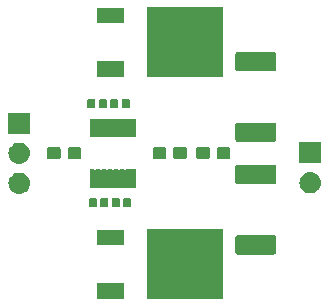
<source format=gbr>
G04 #@! TF.GenerationSoftware,KiCad,Pcbnew,(5.1.2-1)-1*
G04 #@! TF.CreationDate,2019-07-20T20:24:51-07:00*
G04 #@! TF.ProjectId,power_share,706f7765-725f-4736-9861-72652e6b6963,rev?*
G04 #@! TF.SameCoordinates,Original*
G04 #@! TF.FileFunction,Soldermask,Top*
G04 #@! TF.FilePolarity,Negative*
%FSLAX46Y46*%
G04 Gerber Fmt 4.6, Leading zero omitted, Abs format (unit mm)*
G04 Created by KiCad (PCBNEW (5.1.2-1)-1) date 2019-07-20 20:24:51*
%MOMM*%
%LPD*%
G04 APERTURE LIST*
%ADD10C,0.100000*%
G04 APERTURE END LIST*
D10*
G36*
X131335000Y-108869000D02*
G01*
X124833000Y-108869000D01*
X124833000Y-102967000D01*
X131335000Y-102967000D01*
X131335000Y-108869000D01*
X131335000Y-108869000D01*
G37*
G36*
X122935000Y-108849000D02*
G01*
X120633000Y-108849000D01*
X120633000Y-107547000D01*
X122935000Y-107547000D01*
X122935000Y-108849000D01*
X122935000Y-108849000D01*
G37*
G36*
X135665420Y-103473303D02*
G01*
X135699585Y-103483667D01*
X135731064Y-103500493D01*
X135758660Y-103523140D01*
X135781307Y-103550736D01*
X135798133Y-103582215D01*
X135808497Y-103616380D01*
X135812600Y-103658042D01*
X135812600Y-104907358D01*
X135808497Y-104949020D01*
X135798133Y-104983185D01*
X135781307Y-105014664D01*
X135758660Y-105042260D01*
X135731064Y-105064907D01*
X135699585Y-105081733D01*
X135665420Y-105092097D01*
X135623758Y-105096200D01*
X132549442Y-105096200D01*
X132507780Y-105092097D01*
X132473615Y-105081733D01*
X132442136Y-105064907D01*
X132414540Y-105042260D01*
X132391893Y-105014664D01*
X132375067Y-104983185D01*
X132364703Y-104949020D01*
X132360600Y-104907358D01*
X132360600Y-103658042D01*
X132364703Y-103616380D01*
X132375067Y-103582215D01*
X132391893Y-103550736D01*
X132414540Y-103523140D01*
X132442136Y-103500493D01*
X132473615Y-103483667D01*
X132507780Y-103473303D01*
X132549442Y-103469200D01*
X135623758Y-103469200D01*
X135665420Y-103473303D01*
X135665420Y-103473303D01*
G37*
G36*
X122935000Y-104289000D02*
G01*
X120633000Y-104289000D01*
X120633000Y-102987000D01*
X122935000Y-102987000D01*
X122935000Y-104289000D01*
X122935000Y-104289000D01*
G37*
G36*
X123449338Y-100342716D02*
G01*
X123469957Y-100348971D01*
X123488953Y-100359124D01*
X123505608Y-100372792D01*
X123519276Y-100389447D01*
X123529429Y-100408443D01*
X123535684Y-100429062D01*
X123538400Y-100456640D01*
X123538400Y-100965360D01*
X123535684Y-100992938D01*
X123529429Y-101013557D01*
X123519276Y-101032553D01*
X123505608Y-101049208D01*
X123488953Y-101062876D01*
X123469957Y-101073029D01*
X123449338Y-101079284D01*
X123421760Y-101082000D01*
X122963040Y-101082000D01*
X122935462Y-101079284D01*
X122914843Y-101073029D01*
X122895847Y-101062876D01*
X122879192Y-101049208D01*
X122865524Y-101032553D01*
X122855371Y-101013557D01*
X122849116Y-100992938D01*
X122846400Y-100965360D01*
X122846400Y-100456640D01*
X122849116Y-100429062D01*
X122855371Y-100408443D01*
X122865524Y-100389447D01*
X122879192Y-100372792D01*
X122895847Y-100359124D01*
X122914843Y-100348971D01*
X122935462Y-100342716D01*
X122963040Y-100340000D01*
X123421760Y-100340000D01*
X123449338Y-100342716D01*
X123449338Y-100342716D01*
G37*
G36*
X122479338Y-100342716D02*
G01*
X122499957Y-100348971D01*
X122518953Y-100359124D01*
X122535608Y-100372792D01*
X122549276Y-100389447D01*
X122559429Y-100408443D01*
X122565684Y-100429062D01*
X122568400Y-100456640D01*
X122568400Y-100965360D01*
X122565684Y-100992938D01*
X122559429Y-101013557D01*
X122549276Y-101032553D01*
X122535608Y-101049208D01*
X122518953Y-101062876D01*
X122499957Y-101073029D01*
X122479338Y-101079284D01*
X122451760Y-101082000D01*
X121993040Y-101082000D01*
X121965462Y-101079284D01*
X121944843Y-101073029D01*
X121925847Y-101062876D01*
X121909192Y-101049208D01*
X121895524Y-101032553D01*
X121885371Y-101013557D01*
X121879116Y-100992938D01*
X121876400Y-100965360D01*
X121876400Y-100456640D01*
X121879116Y-100429062D01*
X121885371Y-100408443D01*
X121895524Y-100389447D01*
X121909192Y-100372792D01*
X121925847Y-100359124D01*
X121944843Y-100348971D01*
X121965462Y-100342716D01*
X121993040Y-100340000D01*
X122451760Y-100340000D01*
X122479338Y-100342716D01*
X122479338Y-100342716D01*
G37*
G36*
X121518938Y-100342716D02*
G01*
X121539557Y-100348971D01*
X121558553Y-100359124D01*
X121575208Y-100372792D01*
X121588876Y-100389447D01*
X121599029Y-100408443D01*
X121605284Y-100429062D01*
X121608000Y-100456640D01*
X121608000Y-100965360D01*
X121605284Y-100992938D01*
X121599029Y-101013557D01*
X121588876Y-101032553D01*
X121575208Y-101049208D01*
X121558553Y-101062876D01*
X121539557Y-101073029D01*
X121518938Y-101079284D01*
X121491360Y-101082000D01*
X121032640Y-101082000D01*
X121005062Y-101079284D01*
X120984443Y-101073029D01*
X120965447Y-101062876D01*
X120948792Y-101049208D01*
X120935124Y-101032553D01*
X120924971Y-101013557D01*
X120918716Y-100992938D01*
X120916000Y-100965360D01*
X120916000Y-100456640D01*
X120918716Y-100429062D01*
X120924971Y-100408443D01*
X120935124Y-100389447D01*
X120948792Y-100372792D01*
X120965447Y-100359124D01*
X120984443Y-100348971D01*
X121005062Y-100342716D01*
X121032640Y-100340000D01*
X121491360Y-100340000D01*
X121518938Y-100342716D01*
X121518938Y-100342716D01*
G37*
G36*
X120548938Y-100342716D02*
G01*
X120569557Y-100348971D01*
X120588553Y-100359124D01*
X120605208Y-100372792D01*
X120618876Y-100389447D01*
X120629029Y-100408443D01*
X120635284Y-100429062D01*
X120638000Y-100456640D01*
X120638000Y-100965360D01*
X120635284Y-100992938D01*
X120629029Y-101013557D01*
X120618876Y-101032553D01*
X120605208Y-101049208D01*
X120588553Y-101062876D01*
X120569557Y-101073029D01*
X120548938Y-101079284D01*
X120521360Y-101082000D01*
X120062640Y-101082000D01*
X120035062Y-101079284D01*
X120014443Y-101073029D01*
X119995447Y-101062876D01*
X119978792Y-101049208D01*
X119965124Y-101032553D01*
X119954971Y-101013557D01*
X119948716Y-100992938D01*
X119946000Y-100965360D01*
X119946000Y-100456640D01*
X119948716Y-100429062D01*
X119954971Y-100408443D01*
X119965124Y-100389447D01*
X119978792Y-100372792D01*
X119995447Y-100359124D01*
X120014443Y-100348971D01*
X120035062Y-100342716D01*
X120062640Y-100340000D01*
X120521360Y-100340000D01*
X120548938Y-100342716D01*
X120548938Y-100342716D01*
G37*
G36*
X114156443Y-98165519D02*
G01*
X114222627Y-98172037D01*
X114392466Y-98223557D01*
X114548991Y-98307222D01*
X114584729Y-98336552D01*
X114686186Y-98419814D01*
X114765951Y-98517009D01*
X114798778Y-98557009D01*
X114882443Y-98713534D01*
X114933963Y-98883373D01*
X114951359Y-99060000D01*
X114933963Y-99236627D01*
X114894576Y-99366468D01*
X114882442Y-99406468D01*
X114840611Y-99484728D01*
X114798778Y-99562991D01*
X114769448Y-99598729D01*
X114686186Y-99700186D01*
X114597731Y-99772778D01*
X114548991Y-99812778D01*
X114392466Y-99896443D01*
X114222627Y-99947963D01*
X114156443Y-99954481D01*
X114090260Y-99961000D01*
X114001740Y-99961000D01*
X113935557Y-99954481D01*
X113869373Y-99947963D01*
X113699534Y-99896443D01*
X113543009Y-99812778D01*
X113494269Y-99772778D01*
X113405814Y-99700186D01*
X113322552Y-99598729D01*
X113293222Y-99562991D01*
X113251390Y-99484729D01*
X113209558Y-99406468D01*
X113197424Y-99366468D01*
X113158037Y-99236627D01*
X113140641Y-99060000D01*
X113158037Y-98883373D01*
X113209557Y-98713534D01*
X113293222Y-98557009D01*
X113326049Y-98517009D01*
X113405814Y-98419814D01*
X113507271Y-98336552D01*
X113543009Y-98307222D01*
X113699534Y-98223557D01*
X113869373Y-98172037D01*
X113935557Y-98165519D01*
X114001740Y-98159000D01*
X114090260Y-98159000D01*
X114156443Y-98165519D01*
X114156443Y-98165519D01*
G37*
G36*
X138794443Y-98125519D02*
G01*
X138860627Y-98132037D01*
X139030466Y-98183557D01*
X139186991Y-98267222D01*
X139222729Y-98296552D01*
X139324186Y-98379814D01*
X139407448Y-98481271D01*
X139436778Y-98517009D01*
X139520443Y-98673534D01*
X139571963Y-98843373D01*
X139589359Y-99020000D01*
X139571963Y-99196627D01*
X139520443Y-99366466D01*
X139436778Y-99522991D01*
X139407448Y-99558729D01*
X139324186Y-99660186D01*
X139222729Y-99743448D01*
X139186991Y-99772778D01*
X139030466Y-99856443D01*
X138860627Y-99907963D01*
X138794443Y-99914481D01*
X138728260Y-99921000D01*
X138639740Y-99921000D01*
X138573557Y-99914481D01*
X138507373Y-99907963D01*
X138337534Y-99856443D01*
X138181009Y-99772778D01*
X138145271Y-99743448D01*
X138043814Y-99660186D01*
X137960552Y-99558729D01*
X137931222Y-99522991D01*
X137847557Y-99366466D01*
X137796037Y-99196627D01*
X137778641Y-99020000D01*
X137796037Y-98843373D01*
X137847557Y-98673534D01*
X137931222Y-98517009D01*
X137960552Y-98481271D01*
X138043814Y-98379814D01*
X138145271Y-98296552D01*
X138181009Y-98267222D01*
X138337534Y-98183557D01*
X138507373Y-98132037D01*
X138573557Y-98125519D01*
X138639740Y-98119000D01*
X138728260Y-98119000D01*
X138794443Y-98125519D01*
X138794443Y-98125519D01*
G37*
G36*
X120400295Y-97895323D02*
G01*
X120407309Y-97897451D01*
X120421077Y-97904810D01*
X120443716Y-97914187D01*
X120467749Y-97918967D01*
X120492253Y-97918967D01*
X120516286Y-97914186D01*
X120538923Y-97904810D01*
X120552691Y-97897451D01*
X120559705Y-97895323D01*
X120573140Y-97894000D01*
X120886860Y-97894000D01*
X120900295Y-97895323D01*
X120907309Y-97897451D01*
X120921077Y-97904810D01*
X120943716Y-97914187D01*
X120967749Y-97918967D01*
X120992253Y-97918967D01*
X121016286Y-97914186D01*
X121038923Y-97904810D01*
X121052691Y-97897451D01*
X121059705Y-97895323D01*
X121073140Y-97894000D01*
X121386860Y-97894000D01*
X121400295Y-97895323D01*
X121407309Y-97897451D01*
X121421077Y-97904810D01*
X121443716Y-97914187D01*
X121467749Y-97918967D01*
X121492253Y-97918967D01*
X121516286Y-97914186D01*
X121538923Y-97904810D01*
X121552691Y-97897451D01*
X121559705Y-97895323D01*
X121573140Y-97894000D01*
X121886860Y-97894000D01*
X121900295Y-97895323D01*
X121907309Y-97897451D01*
X121921077Y-97904810D01*
X121943716Y-97914187D01*
X121967749Y-97918967D01*
X121992253Y-97918967D01*
X122016286Y-97914186D01*
X122038923Y-97904810D01*
X122052691Y-97897451D01*
X122059705Y-97895323D01*
X122073140Y-97894000D01*
X122386860Y-97894000D01*
X122400295Y-97895323D01*
X122407309Y-97897451D01*
X122421077Y-97904810D01*
X122443716Y-97914187D01*
X122467749Y-97918967D01*
X122492253Y-97918967D01*
X122516286Y-97914186D01*
X122538923Y-97904810D01*
X122552691Y-97897451D01*
X122559705Y-97895323D01*
X122573140Y-97894000D01*
X122886860Y-97894000D01*
X122900295Y-97895323D01*
X122907309Y-97897451D01*
X122921077Y-97904810D01*
X122943716Y-97914187D01*
X122967749Y-97918967D01*
X122992253Y-97918967D01*
X123016286Y-97914186D01*
X123038923Y-97904810D01*
X123052691Y-97897451D01*
X123059705Y-97895323D01*
X123073140Y-97894000D01*
X123386860Y-97894000D01*
X123400295Y-97895323D01*
X123407309Y-97897451D01*
X123421077Y-97904810D01*
X123443716Y-97914187D01*
X123467749Y-97918967D01*
X123492253Y-97918967D01*
X123516286Y-97914186D01*
X123538923Y-97904810D01*
X123552691Y-97897451D01*
X123559705Y-97895323D01*
X123573140Y-97894000D01*
X123886860Y-97894000D01*
X123900295Y-97895323D01*
X123907310Y-97897451D01*
X123913776Y-97900908D01*
X123919442Y-97905558D01*
X123924092Y-97911224D01*
X123927549Y-97917690D01*
X123929677Y-97924705D01*
X123931000Y-97938140D01*
X123931000Y-99401860D01*
X123929677Y-99415295D01*
X123927549Y-99422310D01*
X123924092Y-99428776D01*
X123919442Y-99434442D01*
X123913776Y-99439092D01*
X123907310Y-99442549D01*
X123900295Y-99444677D01*
X123886860Y-99446000D01*
X123573140Y-99446000D01*
X123559705Y-99444677D01*
X123552691Y-99442549D01*
X123538923Y-99435190D01*
X123516284Y-99425813D01*
X123492251Y-99421033D01*
X123467747Y-99421033D01*
X123443714Y-99425814D01*
X123421077Y-99435190D01*
X123407309Y-99442549D01*
X123400295Y-99444677D01*
X123386860Y-99446000D01*
X123073140Y-99446000D01*
X123059705Y-99444677D01*
X123052691Y-99442549D01*
X123038923Y-99435190D01*
X123016284Y-99425813D01*
X122992251Y-99421033D01*
X122967747Y-99421033D01*
X122943714Y-99425814D01*
X122921077Y-99435190D01*
X122907309Y-99442549D01*
X122900295Y-99444677D01*
X122886860Y-99446000D01*
X122573140Y-99446000D01*
X122559705Y-99444677D01*
X122552691Y-99442549D01*
X122538923Y-99435190D01*
X122516284Y-99425813D01*
X122492251Y-99421033D01*
X122467747Y-99421033D01*
X122443714Y-99425814D01*
X122421077Y-99435190D01*
X122407309Y-99442549D01*
X122400295Y-99444677D01*
X122386860Y-99446000D01*
X122073140Y-99446000D01*
X122059705Y-99444677D01*
X122052691Y-99442549D01*
X122038923Y-99435190D01*
X122016284Y-99425813D01*
X121992251Y-99421033D01*
X121967747Y-99421033D01*
X121943714Y-99425814D01*
X121921077Y-99435190D01*
X121907309Y-99442549D01*
X121900295Y-99444677D01*
X121886860Y-99446000D01*
X121573140Y-99446000D01*
X121559705Y-99444677D01*
X121552691Y-99442549D01*
X121538923Y-99435190D01*
X121516284Y-99425813D01*
X121492251Y-99421033D01*
X121467747Y-99421033D01*
X121443714Y-99425814D01*
X121421077Y-99435190D01*
X121407309Y-99442549D01*
X121400295Y-99444677D01*
X121386860Y-99446000D01*
X121073140Y-99446000D01*
X121059705Y-99444677D01*
X121052691Y-99442549D01*
X121038923Y-99435190D01*
X121016284Y-99425813D01*
X120992251Y-99421033D01*
X120967747Y-99421033D01*
X120943714Y-99425814D01*
X120921077Y-99435190D01*
X120907309Y-99442549D01*
X120900295Y-99444677D01*
X120886860Y-99446000D01*
X120573140Y-99446000D01*
X120559705Y-99444677D01*
X120552691Y-99442549D01*
X120538923Y-99435190D01*
X120516284Y-99425813D01*
X120492251Y-99421033D01*
X120467747Y-99421033D01*
X120443714Y-99425814D01*
X120421077Y-99435190D01*
X120407309Y-99442549D01*
X120400295Y-99444677D01*
X120386860Y-99446000D01*
X120073140Y-99446000D01*
X120059705Y-99444677D01*
X120052690Y-99442549D01*
X120046224Y-99439092D01*
X120040558Y-99434442D01*
X120035908Y-99428776D01*
X120032451Y-99422310D01*
X120030323Y-99415295D01*
X120029000Y-99401860D01*
X120029000Y-97938140D01*
X120030323Y-97924705D01*
X120032451Y-97917690D01*
X120035908Y-97911224D01*
X120040558Y-97905558D01*
X120046224Y-97900908D01*
X120052690Y-97897451D01*
X120059705Y-97895323D01*
X120073140Y-97894000D01*
X120386860Y-97894000D01*
X120400295Y-97895323D01*
X120400295Y-97895323D01*
G37*
G36*
X135665420Y-97498303D02*
G01*
X135699585Y-97508667D01*
X135731064Y-97525493D01*
X135758660Y-97548140D01*
X135781307Y-97575736D01*
X135798133Y-97607215D01*
X135808497Y-97641380D01*
X135812600Y-97683042D01*
X135812600Y-98932358D01*
X135808497Y-98974020D01*
X135798133Y-99008185D01*
X135781307Y-99039664D01*
X135758660Y-99067260D01*
X135731064Y-99089907D01*
X135699585Y-99106733D01*
X135665420Y-99117097D01*
X135623758Y-99121200D01*
X132549442Y-99121200D01*
X132507780Y-99117097D01*
X132473615Y-99106733D01*
X132442136Y-99089907D01*
X132414540Y-99067260D01*
X132391893Y-99039664D01*
X132375067Y-99008185D01*
X132364703Y-98974020D01*
X132360600Y-98932358D01*
X132360600Y-97683042D01*
X132364703Y-97641380D01*
X132375067Y-97607215D01*
X132391893Y-97575736D01*
X132414540Y-97548140D01*
X132442136Y-97525493D01*
X132473615Y-97508667D01*
X132507780Y-97498303D01*
X132549442Y-97494200D01*
X135623758Y-97494200D01*
X135665420Y-97498303D01*
X135665420Y-97498303D01*
G37*
G36*
X114156442Y-95625518D02*
G01*
X114222627Y-95632037D01*
X114392466Y-95683557D01*
X114548991Y-95767222D01*
X114584729Y-95796552D01*
X114686186Y-95879814D01*
X114769448Y-95981271D01*
X114798778Y-96017009D01*
X114882443Y-96173534D01*
X114933963Y-96343373D01*
X114951359Y-96520000D01*
X114933963Y-96696627D01*
X114882443Y-96866466D01*
X114798778Y-97022991D01*
X114783543Y-97041555D01*
X114686186Y-97160186D01*
X114584729Y-97243448D01*
X114548991Y-97272778D01*
X114392466Y-97356443D01*
X114222627Y-97407963D01*
X114156442Y-97414482D01*
X114090260Y-97421000D01*
X114001740Y-97421000D01*
X113935558Y-97414482D01*
X113869373Y-97407963D01*
X113699534Y-97356443D01*
X113543009Y-97272778D01*
X113507271Y-97243448D01*
X113405814Y-97160186D01*
X113308457Y-97041555D01*
X113293222Y-97022991D01*
X113209557Y-96866466D01*
X113158037Y-96696627D01*
X113140641Y-96520000D01*
X113158037Y-96343373D01*
X113209557Y-96173534D01*
X113293222Y-96017009D01*
X113322552Y-95981271D01*
X113405814Y-95879814D01*
X113507271Y-95796552D01*
X113543009Y-95767222D01*
X113699534Y-95683557D01*
X113869373Y-95632037D01*
X113935558Y-95625518D01*
X114001740Y-95619000D01*
X114090260Y-95619000D01*
X114156442Y-95625518D01*
X114156442Y-95625518D01*
G37*
G36*
X139585000Y-97381000D02*
G01*
X137783000Y-97381000D01*
X137783000Y-95579000D01*
X139585000Y-95579000D01*
X139585000Y-97381000D01*
X139585000Y-97381000D01*
G37*
G36*
X128079499Y-95998445D02*
G01*
X128116995Y-96009820D01*
X128151554Y-96028292D01*
X128181847Y-96053153D01*
X128206708Y-96083446D01*
X128225180Y-96118005D01*
X128236555Y-96155501D01*
X128241000Y-96200638D01*
X128241000Y-96839362D01*
X128236555Y-96884499D01*
X128225180Y-96921995D01*
X128206708Y-96956554D01*
X128181847Y-96986847D01*
X128151554Y-97011708D01*
X128116995Y-97030180D01*
X128079499Y-97041555D01*
X128034362Y-97046000D01*
X127295638Y-97046000D01*
X127250501Y-97041555D01*
X127213005Y-97030180D01*
X127178446Y-97011708D01*
X127148153Y-96986847D01*
X127123292Y-96956554D01*
X127104820Y-96921995D01*
X127093445Y-96884499D01*
X127089000Y-96839362D01*
X127089000Y-96200638D01*
X127093445Y-96155501D01*
X127104820Y-96118005D01*
X127123292Y-96083446D01*
X127148153Y-96053153D01*
X127178446Y-96028292D01*
X127213005Y-96009820D01*
X127250501Y-95998445D01*
X127295638Y-95994000D01*
X128034362Y-95994000D01*
X128079499Y-95998445D01*
X128079499Y-95998445D01*
G37*
G36*
X126329499Y-95998445D02*
G01*
X126366995Y-96009820D01*
X126401554Y-96028292D01*
X126431847Y-96053153D01*
X126456708Y-96083446D01*
X126475180Y-96118005D01*
X126486555Y-96155501D01*
X126491000Y-96200638D01*
X126491000Y-96839362D01*
X126486555Y-96884499D01*
X126475180Y-96921995D01*
X126456708Y-96956554D01*
X126431847Y-96986847D01*
X126401554Y-97011708D01*
X126366995Y-97030180D01*
X126329499Y-97041555D01*
X126284362Y-97046000D01*
X125545638Y-97046000D01*
X125500501Y-97041555D01*
X125463005Y-97030180D01*
X125428446Y-97011708D01*
X125398153Y-96986847D01*
X125373292Y-96956554D01*
X125354820Y-96921995D01*
X125343445Y-96884499D01*
X125339000Y-96839362D01*
X125339000Y-96200638D01*
X125343445Y-96155501D01*
X125354820Y-96118005D01*
X125373292Y-96083446D01*
X125398153Y-96053153D01*
X125428446Y-96028292D01*
X125463005Y-96009820D01*
X125500501Y-95998445D01*
X125545638Y-95994000D01*
X126284362Y-95994000D01*
X126329499Y-95998445D01*
X126329499Y-95998445D01*
G37*
G36*
X131779499Y-95998445D02*
G01*
X131816995Y-96009820D01*
X131851554Y-96028292D01*
X131881847Y-96053153D01*
X131906708Y-96083446D01*
X131925180Y-96118005D01*
X131936555Y-96155501D01*
X131941000Y-96200638D01*
X131941000Y-96839362D01*
X131936555Y-96884499D01*
X131925180Y-96921995D01*
X131906708Y-96956554D01*
X131881847Y-96986847D01*
X131851554Y-97011708D01*
X131816995Y-97030180D01*
X131779499Y-97041555D01*
X131734362Y-97046000D01*
X130995638Y-97046000D01*
X130950501Y-97041555D01*
X130913005Y-97030180D01*
X130878446Y-97011708D01*
X130848153Y-96986847D01*
X130823292Y-96956554D01*
X130804820Y-96921995D01*
X130793445Y-96884499D01*
X130789000Y-96839362D01*
X130789000Y-96200638D01*
X130793445Y-96155501D01*
X130804820Y-96118005D01*
X130823292Y-96083446D01*
X130848153Y-96053153D01*
X130878446Y-96028292D01*
X130913005Y-96009820D01*
X130950501Y-95998445D01*
X130995638Y-95994000D01*
X131734362Y-95994000D01*
X131779499Y-95998445D01*
X131779499Y-95998445D01*
G37*
G36*
X130029499Y-95998445D02*
G01*
X130066995Y-96009820D01*
X130101554Y-96028292D01*
X130131847Y-96053153D01*
X130156708Y-96083446D01*
X130175180Y-96118005D01*
X130186555Y-96155501D01*
X130191000Y-96200638D01*
X130191000Y-96839362D01*
X130186555Y-96884499D01*
X130175180Y-96921995D01*
X130156708Y-96956554D01*
X130131847Y-96986847D01*
X130101554Y-97011708D01*
X130066995Y-97030180D01*
X130029499Y-97041555D01*
X129984362Y-97046000D01*
X129245638Y-97046000D01*
X129200501Y-97041555D01*
X129163005Y-97030180D01*
X129128446Y-97011708D01*
X129098153Y-96986847D01*
X129073292Y-96956554D01*
X129054820Y-96921995D01*
X129043445Y-96884499D01*
X129039000Y-96839362D01*
X129039000Y-96200638D01*
X129043445Y-96155501D01*
X129054820Y-96118005D01*
X129073292Y-96083446D01*
X129098153Y-96053153D01*
X129128446Y-96028292D01*
X129163005Y-96009820D01*
X129200501Y-95998445D01*
X129245638Y-95994000D01*
X129984362Y-95994000D01*
X130029499Y-95998445D01*
X130029499Y-95998445D01*
G37*
G36*
X117395499Y-95998445D02*
G01*
X117432995Y-96009820D01*
X117467554Y-96028292D01*
X117497847Y-96053153D01*
X117522708Y-96083446D01*
X117541180Y-96118005D01*
X117552555Y-96155501D01*
X117557000Y-96200638D01*
X117557000Y-96839362D01*
X117552555Y-96884499D01*
X117541180Y-96921995D01*
X117522708Y-96956554D01*
X117497847Y-96986847D01*
X117467554Y-97011708D01*
X117432995Y-97030180D01*
X117395499Y-97041555D01*
X117350362Y-97046000D01*
X116611638Y-97046000D01*
X116566501Y-97041555D01*
X116529005Y-97030180D01*
X116494446Y-97011708D01*
X116464153Y-96986847D01*
X116439292Y-96956554D01*
X116420820Y-96921995D01*
X116409445Y-96884499D01*
X116405000Y-96839362D01*
X116405000Y-96200638D01*
X116409445Y-96155501D01*
X116420820Y-96118005D01*
X116439292Y-96083446D01*
X116464153Y-96053153D01*
X116494446Y-96028292D01*
X116529005Y-96009820D01*
X116566501Y-95998445D01*
X116611638Y-95994000D01*
X117350362Y-95994000D01*
X117395499Y-95998445D01*
X117395499Y-95998445D01*
G37*
G36*
X119145499Y-95998445D02*
G01*
X119182995Y-96009820D01*
X119217554Y-96028292D01*
X119247847Y-96053153D01*
X119272708Y-96083446D01*
X119291180Y-96118005D01*
X119302555Y-96155501D01*
X119307000Y-96200638D01*
X119307000Y-96839362D01*
X119302555Y-96884499D01*
X119291180Y-96921995D01*
X119272708Y-96956554D01*
X119247847Y-96986847D01*
X119217554Y-97011708D01*
X119182995Y-97030180D01*
X119145499Y-97041555D01*
X119100362Y-97046000D01*
X118361638Y-97046000D01*
X118316501Y-97041555D01*
X118279005Y-97030180D01*
X118244446Y-97011708D01*
X118214153Y-96986847D01*
X118189292Y-96956554D01*
X118170820Y-96921995D01*
X118159445Y-96884499D01*
X118155000Y-96839362D01*
X118155000Y-96200638D01*
X118159445Y-96155501D01*
X118170820Y-96118005D01*
X118189292Y-96083446D01*
X118214153Y-96053153D01*
X118244446Y-96028292D01*
X118279005Y-96009820D01*
X118316501Y-95998445D01*
X118361638Y-95994000D01*
X119100362Y-95994000D01*
X119145499Y-95998445D01*
X119145499Y-95998445D01*
G37*
G36*
X135665420Y-93922903D02*
G01*
X135699585Y-93933267D01*
X135731064Y-93950093D01*
X135758660Y-93972740D01*
X135781307Y-94000336D01*
X135798133Y-94031815D01*
X135808497Y-94065980D01*
X135812600Y-94107642D01*
X135812600Y-95356958D01*
X135808497Y-95398620D01*
X135798133Y-95432785D01*
X135781307Y-95464264D01*
X135758660Y-95491860D01*
X135731064Y-95514507D01*
X135699585Y-95531333D01*
X135665420Y-95541697D01*
X135623758Y-95545800D01*
X132549442Y-95545800D01*
X132507780Y-95541697D01*
X132473615Y-95531333D01*
X132442136Y-95514507D01*
X132414540Y-95491860D01*
X132391893Y-95464264D01*
X132375067Y-95432785D01*
X132364703Y-95398620D01*
X132360600Y-95356958D01*
X132360600Y-94107642D01*
X132364703Y-94065980D01*
X132375067Y-94031815D01*
X132391893Y-94000336D01*
X132414540Y-93972740D01*
X132442136Y-93950093D01*
X132473615Y-93933267D01*
X132507780Y-93922903D01*
X132549442Y-93918800D01*
X135623758Y-93918800D01*
X135665420Y-93922903D01*
X135665420Y-93922903D01*
G37*
G36*
X120400295Y-93595323D02*
G01*
X120407309Y-93597451D01*
X120421077Y-93604810D01*
X120443716Y-93614187D01*
X120467749Y-93618967D01*
X120492253Y-93618967D01*
X120516286Y-93614186D01*
X120538923Y-93604810D01*
X120552691Y-93597451D01*
X120559705Y-93595323D01*
X120573140Y-93594000D01*
X120886860Y-93594000D01*
X120900295Y-93595323D01*
X120907309Y-93597451D01*
X120921077Y-93604810D01*
X120943716Y-93614187D01*
X120967749Y-93618967D01*
X120992253Y-93618967D01*
X121016286Y-93614186D01*
X121038923Y-93604810D01*
X121052691Y-93597451D01*
X121059705Y-93595323D01*
X121073140Y-93594000D01*
X121386860Y-93594000D01*
X121400295Y-93595323D01*
X121407309Y-93597451D01*
X121421077Y-93604810D01*
X121443716Y-93614187D01*
X121467749Y-93618967D01*
X121492253Y-93618967D01*
X121516286Y-93614186D01*
X121538923Y-93604810D01*
X121552691Y-93597451D01*
X121559705Y-93595323D01*
X121573140Y-93594000D01*
X121886860Y-93594000D01*
X121900295Y-93595323D01*
X121907309Y-93597451D01*
X121921077Y-93604810D01*
X121943716Y-93614187D01*
X121967749Y-93618967D01*
X121992253Y-93618967D01*
X122016286Y-93614186D01*
X122038923Y-93604810D01*
X122052691Y-93597451D01*
X122059705Y-93595323D01*
X122073140Y-93594000D01*
X122386860Y-93594000D01*
X122400295Y-93595323D01*
X122407309Y-93597451D01*
X122421077Y-93604810D01*
X122443716Y-93614187D01*
X122467749Y-93618967D01*
X122492253Y-93618967D01*
X122516286Y-93614186D01*
X122538923Y-93604810D01*
X122552691Y-93597451D01*
X122559705Y-93595323D01*
X122573140Y-93594000D01*
X122886860Y-93594000D01*
X122900295Y-93595323D01*
X122907309Y-93597451D01*
X122921077Y-93604810D01*
X122943716Y-93614187D01*
X122967749Y-93618967D01*
X122992253Y-93618967D01*
X123016286Y-93614186D01*
X123038923Y-93604810D01*
X123052691Y-93597451D01*
X123059705Y-93595323D01*
X123073140Y-93594000D01*
X123386860Y-93594000D01*
X123400295Y-93595323D01*
X123407309Y-93597451D01*
X123421077Y-93604810D01*
X123443716Y-93614187D01*
X123467749Y-93618967D01*
X123492253Y-93618967D01*
X123516286Y-93614186D01*
X123538923Y-93604810D01*
X123552691Y-93597451D01*
X123559705Y-93595323D01*
X123573140Y-93594000D01*
X123886860Y-93594000D01*
X123900295Y-93595323D01*
X123907310Y-93597451D01*
X123913776Y-93600908D01*
X123919442Y-93605558D01*
X123924092Y-93611224D01*
X123927549Y-93617690D01*
X123929677Y-93624705D01*
X123931000Y-93638140D01*
X123931000Y-95101860D01*
X123929677Y-95115295D01*
X123927549Y-95122310D01*
X123924092Y-95128776D01*
X123919442Y-95134442D01*
X123913776Y-95139092D01*
X123907310Y-95142549D01*
X123900295Y-95144677D01*
X123886860Y-95146000D01*
X123573140Y-95146000D01*
X123559705Y-95144677D01*
X123552691Y-95142549D01*
X123538923Y-95135190D01*
X123516284Y-95125813D01*
X123492251Y-95121033D01*
X123467747Y-95121033D01*
X123443714Y-95125814D01*
X123421077Y-95135190D01*
X123407309Y-95142549D01*
X123400295Y-95144677D01*
X123386860Y-95146000D01*
X123073140Y-95146000D01*
X123059705Y-95144677D01*
X123052691Y-95142549D01*
X123038923Y-95135190D01*
X123016284Y-95125813D01*
X122992251Y-95121033D01*
X122967747Y-95121033D01*
X122943714Y-95125814D01*
X122921077Y-95135190D01*
X122907309Y-95142549D01*
X122900295Y-95144677D01*
X122886860Y-95146000D01*
X122573140Y-95146000D01*
X122559705Y-95144677D01*
X122552691Y-95142549D01*
X122538923Y-95135190D01*
X122516284Y-95125813D01*
X122492251Y-95121033D01*
X122467747Y-95121033D01*
X122443714Y-95125814D01*
X122421077Y-95135190D01*
X122407309Y-95142549D01*
X122400295Y-95144677D01*
X122386860Y-95146000D01*
X122073140Y-95146000D01*
X122059705Y-95144677D01*
X122052691Y-95142549D01*
X122038923Y-95135190D01*
X122016284Y-95125813D01*
X121992251Y-95121033D01*
X121967747Y-95121033D01*
X121943714Y-95125814D01*
X121921077Y-95135190D01*
X121907309Y-95142549D01*
X121900295Y-95144677D01*
X121886860Y-95146000D01*
X121573140Y-95146000D01*
X121559705Y-95144677D01*
X121552691Y-95142549D01*
X121538923Y-95135190D01*
X121516284Y-95125813D01*
X121492251Y-95121033D01*
X121467747Y-95121033D01*
X121443714Y-95125814D01*
X121421077Y-95135190D01*
X121407309Y-95142549D01*
X121400295Y-95144677D01*
X121386860Y-95146000D01*
X121073140Y-95146000D01*
X121059705Y-95144677D01*
X121052691Y-95142549D01*
X121038923Y-95135190D01*
X121016284Y-95125813D01*
X120992251Y-95121033D01*
X120967747Y-95121033D01*
X120943714Y-95125814D01*
X120921077Y-95135190D01*
X120907309Y-95142549D01*
X120900295Y-95144677D01*
X120886860Y-95146000D01*
X120573140Y-95146000D01*
X120559705Y-95144677D01*
X120552691Y-95142549D01*
X120538923Y-95135190D01*
X120516284Y-95125813D01*
X120492251Y-95121033D01*
X120467747Y-95121033D01*
X120443714Y-95125814D01*
X120421077Y-95135190D01*
X120407309Y-95142549D01*
X120400295Y-95144677D01*
X120386860Y-95146000D01*
X120073140Y-95146000D01*
X120059705Y-95144677D01*
X120052690Y-95142549D01*
X120046224Y-95139092D01*
X120040558Y-95134442D01*
X120035908Y-95128776D01*
X120032451Y-95122310D01*
X120030323Y-95115295D01*
X120029000Y-95101860D01*
X120029000Y-93638140D01*
X120030323Y-93624705D01*
X120032451Y-93617690D01*
X120035908Y-93611224D01*
X120040558Y-93605558D01*
X120046224Y-93600908D01*
X120052690Y-93597451D01*
X120059705Y-93595323D01*
X120073140Y-93594000D01*
X120386860Y-93594000D01*
X120400295Y-93595323D01*
X120400295Y-93595323D01*
G37*
G36*
X114947000Y-94881000D02*
G01*
X113145000Y-94881000D01*
X113145000Y-93079000D01*
X114947000Y-93079000D01*
X114947000Y-94881000D01*
X114947000Y-94881000D01*
G37*
G36*
X122352338Y-91960716D02*
G01*
X122372957Y-91966971D01*
X122391953Y-91977124D01*
X122408608Y-91990792D01*
X122422276Y-92007447D01*
X122432429Y-92026443D01*
X122438684Y-92047062D01*
X122441400Y-92074640D01*
X122441400Y-92583360D01*
X122438684Y-92610938D01*
X122432429Y-92631557D01*
X122422276Y-92650553D01*
X122408608Y-92667208D01*
X122391953Y-92680876D01*
X122372957Y-92691029D01*
X122352338Y-92697284D01*
X122324760Y-92700000D01*
X121866040Y-92700000D01*
X121838462Y-92697284D01*
X121817843Y-92691029D01*
X121798847Y-92680876D01*
X121782192Y-92667208D01*
X121768524Y-92650553D01*
X121758371Y-92631557D01*
X121752116Y-92610938D01*
X121749400Y-92583360D01*
X121749400Y-92074640D01*
X121752116Y-92047062D01*
X121758371Y-92026443D01*
X121768524Y-92007447D01*
X121782192Y-91990792D01*
X121798847Y-91977124D01*
X121817843Y-91966971D01*
X121838462Y-91960716D01*
X121866040Y-91958000D01*
X122324760Y-91958000D01*
X122352338Y-91960716D01*
X122352338Y-91960716D01*
G37*
G36*
X121391938Y-91960716D02*
G01*
X121412557Y-91966971D01*
X121431553Y-91977124D01*
X121448208Y-91990792D01*
X121461876Y-92007447D01*
X121472029Y-92026443D01*
X121478284Y-92047062D01*
X121481000Y-92074640D01*
X121481000Y-92583360D01*
X121478284Y-92610938D01*
X121472029Y-92631557D01*
X121461876Y-92650553D01*
X121448208Y-92667208D01*
X121431553Y-92680876D01*
X121412557Y-92691029D01*
X121391938Y-92697284D01*
X121364360Y-92700000D01*
X120905640Y-92700000D01*
X120878062Y-92697284D01*
X120857443Y-92691029D01*
X120838447Y-92680876D01*
X120821792Y-92667208D01*
X120808124Y-92650553D01*
X120797971Y-92631557D01*
X120791716Y-92610938D01*
X120789000Y-92583360D01*
X120789000Y-92074640D01*
X120791716Y-92047062D01*
X120797971Y-92026443D01*
X120808124Y-92007447D01*
X120821792Y-91990792D01*
X120838447Y-91977124D01*
X120857443Y-91966971D01*
X120878062Y-91960716D01*
X120905640Y-91958000D01*
X121364360Y-91958000D01*
X121391938Y-91960716D01*
X121391938Y-91960716D01*
G37*
G36*
X120421938Y-91960716D02*
G01*
X120442557Y-91966971D01*
X120461553Y-91977124D01*
X120478208Y-91990792D01*
X120491876Y-92007447D01*
X120502029Y-92026443D01*
X120508284Y-92047062D01*
X120511000Y-92074640D01*
X120511000Y-92583360D01*
X120508284Y-92610938D01*
X120502029Y-92631557D01*
X120491876Y-92650553D01*
X120478208Y-92667208D01*
X120461553Y-92680876D01*
X120442557Y-92691029D01*
X120421938Y-92697284D01*
X120394360Y-92700000D01*
X119935640Y-92700000D01*
X119908062Y-92697284D01*
X119887443Y-92691029D01*
X119868447Y-92680876D01*
X119851792Y-92667208D01*
X119838124Y-92650553D01*
X119827971Y-92631557D01*
X119821716Y-92610938D01*
X119819000Y-92583360D01*
X119819000Y-92074640D01*
X119821716Y-92047062D01*
X119827971Y-92026443D01*
X119838124Y-92007447D01*
X119851792Y-91990792D01*
X119868447Y-91977124D01*
X119887443Y-91966971D01*
X119908062Y-91960716D01*
X119935640Y-91958000D01*
X120394360Y-91958000D01*
X120421938Y-91960716D01*
X120421938Y-91960716D01*
G37*
G36*
X123322338Y-91960716D02*
G01*
X123342957Y-91966971D01*
X123361953Y-91977124D01*
X123378608Y-91990792D01*
X123392276Y-92007447D01*
X123402429Y-92026443D01*
X123408684Y-92047062D01*
X123411400Y-92074640D01*
X123411400Y-92583360D01*
X123408684Y-92610938D01*
X123402429Y-92631557D01*
X123392276Y-92650553D01*
X123378608Y-92667208D01*
X123361953Y-92680876D01*
X123342957Y-92691029D01*
X123322338Y-92697284D01*
X123294760Y-92700000D01*
X122836040Y-92700000D01*
X122808462Y-92697284D01*
X122787843Y-92691029D01*
X122768847Y-92680876D01*
X122752192Y-92667208D01*
X122738524Y-92650553D01*
X122728371Y-92631557D01*
X122722116Y-92610938D01*
X122719400Y-92583360D01*
X122719400Y-92074640D01*
X122722116Y-92047062D01*
X122728371Y-92026443D01*
X122738524Y-92007447D01*
X122752192Y-91990792D01*
X122768847Y-91977124D01*
X122787843Y-91966971D01*
X122808462Y-91960716D01*
X122836040Y-91958000D01*
X123294760Y-91958000D01*
X123322338Y-91960716D01*
X123322338Y-91960716D01*
G37*
G36*
X131335000Y-90073000D02*
G01*
X124833000Y-90073000D01*
X124833000Y-84171000D01*
X131335000Y-84171000D01*
X131335000Y-90073000D01*
X131335000Y-90073000D01*
G37*
G36*
X122935000Y-90053000D02*
G01*
X120633000Y-90053000D01*
X120633000Y-88751000D01*
X122935000Y-88751000D01*
X122935000Y-90053000D01*
X122935000Y-90053000D01*
G37*
G36*
X135665420Y-87947903D02*
G01*
X135699585Y-87958267D01*
X135731064Y-87975093D01*
X135758660Y-87997740D01*
X135781307Y-88025336D01*
X135798133Y-88056815D01*
X135808497Y-88090980D01*
X135812600Y-88132642D01*
X135812600Y-89381958D01*
X135808497Y-89423620D01*
X135798133Y-89457785D01*
X135781307Y-89489264D01*
X135758660Y-89516860D01*
X135731064Y-89539507D01*
X135699585Y-89556333D01*
X135665420Y-89566697D01*
X135623758Y-89570800D01*
X132549442Y-89570800D01*
X132507780Y-89566697D01*
X132473615Y-89556333D01*
X132442136Y-89539507D01*
X132414540Y-89516860D01*
X132391893Y-89489264D01*
X132375067Y-89457785D01*
X132364703Y-89423620D01*
X132360600Y-89381958D01*
X132360600Y-88132642D01*
X132364703Y-88090980D01*
X132375067Y-88056815D01*
X132391893Y-88025336D01*
X132414540Y-87997740D01*
X132442136Y-87975093D01*
X132473615Y-87958267D01*
X132507780Y-87947903D01*
X132549442Y-87943800D01*
X135623758Y-87943800D01*
X135665420Y-87947903D01*
X135665420Y-87947903D01*
G37*
G36*
X122935000Y-85493000D02*
G01*
X120633000Y-85493000D01*
X120633000Y-84191000D01*
X122935000Y-84191000D01*
X122935000Y-85493000D01*
X122935000Y-85493000D01*
G37*
M02*

</source>
